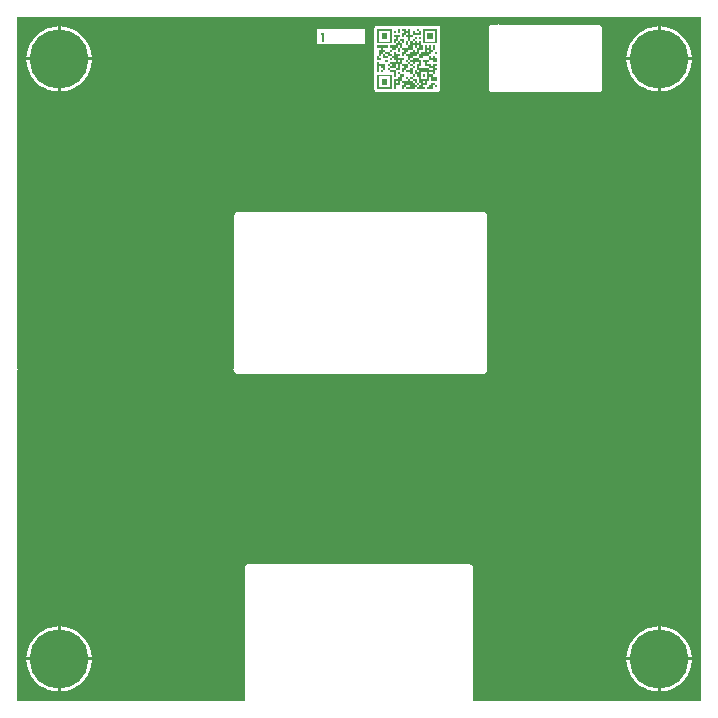
<source format=gtl>
G04 Layer: TopLayer*
G04 EasyEDA v6.5.34, 2023-08-21 18:11:39*
G04 7c0d64df90874992beb4e0b3caab3860,5a6b42c53f6a479593ecc07194224c93,10*
G04 Gerber Generator version 0.2*
G04 Scale: 100 percent, Rotated: No, Reflected: No *
G04 Dimensions in millimeters *
G04 leading zeros omitted , absolute positions ,4 integer and 5 decimal *
%FSLAX45Y45*%
%MOMM*%

%ADD10C,0.1524*%
%ADD11C,5.0000*%

%LPD*%
G36*
X1945132Y25908D02*
G01*
X36068Y26416D01*
X32156Y27178D01*
X28905Y29362D01*
X26670Y32664D01*
X25908Y36576D01*
X25908Y2821940D01*
X26670Y2825851D01*
X28905Y2829102D01*
X32156Y2831338D01*
X36068Y2832100D01*
X32156Y2832862D01*
X28905Y2835097D01*
X26670Y2838399D01*
X25908Y2842260D01*
X25908Y5805932D01*
X26670Y5809792D01*
X28905Y5813094D01*
X32156Y5815330D01*
X36068Y5816092D01*
X2555240Y5816092D01*
X2559151Y5815330D01*
X2562402Y5813094D01*
X2564638Y5809792D01*
X2565400Y5805932D01*
X2566162Y5809792D01*
X2568397Y5813094D01*
X2571648Y5815330D01*
X2575560Y5816092D01*
X3050540Y5816092D01*
X3054451Y5815330D01*
X3057702Y5813094D01*
X3059938Y5809792D01*
X3060700Y5805932D01*
X3061462Y5809792D01*
X3063697Y5813094D01*
X3066948Y5815330D01*
X3070860Y5816092D01*
X4091940Y5816092D01*
X4095851Y5815330D01*
X4099102Y5813094D01*
X4101337Y5809792D01*
X4102100Y5805932D01*
X4102862Y5809792D01*
X4105097Y5813094D01*
X4108348Y5815330D01*
X4112260Y5816092D01*
X5805932Y5816092D01*
X5809792Y5815330D01*
X5813094Y5813094D01*
X5815330Y5809792D01*
X5816092Y5805932D01*
X5816092Y36068D01*
X5815330Y32156D01*
X5813094Y28905D01*
X5809792Y26670D01*
X5805932Y25908D01*
X3896868Y25908D01*
X3892956Y26670D01*
X3889705Y28905D01*
X3887470Y32207D01*
X3886708Y36068D01*
X3886708Y1155090D01*
X3885895Y1161592D01*
X3883812Y1167130D01*
X3880256Y1172260D01*
X3877259Y1175308D01*
X3873652Y1177950D01*
X3868115Y1180439D01*
X3860647Y1181608D01*
X1981809Y1181608D01*
X1975307Y1180846D01*
X1969770Y1178712D01*
X1964639Y1175207D01*
X1961591Y1172159D01*
X1959000Y1168552D01*
X1956460Y1163015D01*
X1955292Y1155547D01*
X1955292Y36068D01*
X1954530Y32207D01*
X1952294Y28905D01*
X1949043Y26720D01*
G37*

%LPC*%
G36*
X393700Y5185562D02*
G01*
X398322Y5185664D01*
X421284Y5188051D01*
X443992Y5192369D01*
X466242Y5198618D01*
X487883Y5206644D01*
X508812Y5216499D01*
X528828Y5228031D01*
X547776Y5241239D01*
X565607Y5255971D01*
X582117Y5272125D01*
X597204Y5289600D01*
X610819Y5308295D01*
X622757Y5328107D01*
X633018Y5348782D01*
X641553Y5370271D01*
X648208Y5392369D01*
X653034Y5414975D01*
X655929Y5437886D01*
X656336Y5448300D01*
X393700Y5448300D01*
G37*
G36*
X393700Y105562D02*
G01*
X398322Y105664D01*
X421284Y108051D01*
X443992Y112369D01*
X466242Y118618D01*
X487883Y126644D01*
X508812Y136499D01*
X528828Y148031D01*
X547776Y161239D01*
X565607Y175971D01*
X582117Y192125D01*
X597204Y209600D01*
X610819Y228295D01*
X622757Y248107D01*
X633018Y268782D01*
X641553Y290271D01*
X648208Y312369D01*
X653034Y334975D01*
X655929Y357886D01*
X656336Y368300D01*
X393700Y368300D01*
G37*
G36*
X5473700Y105562D02*
G01*
X5478322Y105664D01*
X5501284Y108051D01*
X5523992Y112369D01*
X5546242Y118618D01*
X5567883Y126644D01*
X5588812Y136499D01*
X5608828Y148031D01*
X5627776Y161239D01*
X5645607Y175971D01*
X5662117Y192125D01*
X5677204Y209600D01*
X5690819Y228295D01*
X5702757Y248107D01*
X5713018Y268782D01*
X5721553Y290271D01*
X5728208Y312369D01*
X5733034Y334975D01*
X5735929Y357886D01*
X5736336Y368300D01*
X5473700Y368300D01*
G37*
G36*
X5448300Y105613D02*
G01*
X5448300Y368300D01*
X5185410Y368300D01*
X5187289Y346405D01*
X5191099Y323646D01*
X5196890Y301244D01*
X5204460Y279450D01*
X5213858Y258317D01*
X5224983Y238099D01*
X5237784Y218846D01*
X5252161Y200710D01*
X5267960Y183896D01*
X5285130Y168402D01*
X5303520Y154432D01*
X5323027Y142036D01*
X5343499Y131368D01*
X5364835Y122377D01*
X5386781Y115265D01*
X5409285Y109982D01*
X5432145Y106629D01*
G37*
G36*
X368300Y105613D02*
G01*
X368300Y368300D01*
X105410Y368300D01*
X107289Y346405D01*
X111099Y323646D01*
X116890Y301244D01*
X124460Y279450D01*
X133858Y258317D01*
X144983Y238099D01*
X157784Y218846D01*
X172161Y200710D01*
X187960Y183896D01*
X205130Y168402D01*
X223520Y154432D01*
X243027Y142036D01*
X263499Y131368D01*
X284835Y122377D01*
X306781Y115265D01*
X329285Y109982D01*
X352145Y106629D01*
G37*
G36*
X393700Y393700D02*
G01*
X656336Y393700D01*
X655929Y404063D01*
X653034Y427024D01*
X648208Y449630D01*
X641553Y471728D01*
X633018Y493217D01*
X622757Y513892D01*
X610819Y533654D01*
X597204Y552348D01*
X582117Y569874D01*
X565607Y586028D01*
X547776Y600760D01*
X528828Y613968D01*
X508812Y625500D01*
X487883Y635355D01*
X466242Y643382D01*
X443992Y649630D01*
X421284Y653948D01*
X398322Y656336D01*
X393700Y656437D01*
G37*
G36*
X5473700Y393700D02*
G01*
X5736336Y393700D01*
X5735929Y404063D01*
X5733034Y427024D01*
X5728208Y449630D01*
X5721553Y471728D01*
X5713018Y493217D01*
X5702757Y513892D01*
X5690819Y533654D01*
X5677204Y552348D01*
X5662117Y569874D01*
X5645607Y586028D01*
X5627776Y600760D01*
X5608828Y613968D01*
X5588812Y625500D01*
X5567883Y635355D01*
X5546242Y643382D01*
X5523992Y649630D01*
X5501284Y653948D01*
X5478322Y656336D01*
X5473700Y656437D01*
G37*
G36*
X5185410Y393700D02*
G01*
X5448300Y393700D01*
X5448300Y656386D01*
X5432145Y655370D01*
X5409285Y652018D01*
X5386781Y646734D01*
X5364835Y639572D01*
X5343499Y630631D01*
X5323027Y619912D01*
X5303520Y607568D01*
X5285130Y593598D01*
X5267960Y578104D01*
X5252161Y561289D01*
X5237784Y543153D01*
X5224983Y523900D01*
X5213858Y503682D01*
X5204460Y482549D01*
X5196890Y460756D01*
X5191099Y438353D01*
X5187289Y415594D01*
G37*
G36*
X105410Y393700D02*
G01*
X368300Y393700D01*
X368300Y656386D01*
X352145Y655370D01*
X329285Y652018D01*
X306781Y646734D01*
X284835Y639572D01*
X263499Y630631D01*
X243027Y619912D01*
X223520Y607568D01*
X205130Y593598D01*
X187960Y578104D01*
X172161Y561289D01*
X157784Y543153D01*
X144983Y523900D01*
X133858Y503682D01*
X124460Y482549D01*
X116890Y460756D01*
X111099Y438353D01*
X107289Y415594D01*
G37*
G36*
X1892858Y2793492D02*
G01*
X3974541Y2793492D01*
X3980840Y2794203D01*
X3986326Y2796133D01*
X3991203Y2799181D01*
X3995318Y2803296D01*
X3998366Y2808173D01*
X4000296Y2813659D01*
X4001008Y2819958D01*
X4001008Y4139641D01*
X4000296Y4145940D01*
X3998366Y4151426D01*
X3995318Y4156303D01*
X3991203Y4160418D01*
X3986326Y4163466D01*
X3980840Y4165396D01*
X3974541Y4166108D01*
X1892858Y4166108D01*
X1886559Y4165396D01*
X1881073Y4163466D01*
X1876196Y4160418D01*
X1872081Y4156303D01*
X1869033Y4151426D01*
X1867103Y4145940D01*
X1866392Y4139641D01*
X1866392Y2842260D01*
X1865630Y2838399D01*
X1863445Y2835097D01*
X1860143Y2832862D01*
X1856232Y2832100D01*
X1860143Y2831338D01*
X1863445Y2829102D01*
X1865630Y2825851D01*
X1866392Y2821940D01*
X1866392Y2819958D01*
X1867103Y2813659D01*
X1869033Y2808173D01*
X1872081Y2803296D01*
X1876196Y2799181D01*
X1881073Y2796133D01*
X1886559Y2794203D01*
G37*
G36*
X3076905Y5181092D02*
G01*
X3583787Y5181092D01*
X3590086Y5181803D01*
X3595573Y5183682D01*
X3600450Y5186781D01*
X3604564Y5190896D01*
X3607612Y5195773D01*
X3609543Y5201208D01*
X3610254Y5207558D01*
X3610254Y5714441D01*
X3609543Y5720740D01*
X3607358Y5726938D01*
X3606800Y5730290D01*
X3606800Y5739384D01*
X3605784Y5740400D01*
X3587648Y5740450D01*
X3583787Y5740908D01*
X3076803Y5740908D01*
X3071774Y5740450D01*
X3067608Y5740908D01*
X3064002Y5743041D01*
X3061563Y5746445D01*
X3060700Y5750560D01*
X3060700Y5739892D01*
X3059938Y5735980D01*
X3057702Y5732678D01*
X3056128Y5731103D01*
X3053080Y5726226D01*
X3051149Y5720740D01*
X3050438Y5714441D01*
X3050438Y5207558D01*
X3051149Y5201208D01*
X3053080Y5195773D01*
X3056128Y5190896D01*
X3060242Y5186781D01*
X3065119Y5183682D01*
X3070606Y5181803D01*
G37*
G36*
X4045508Y5181092D02*
G01*
X4952441Y5181092D01*
X4958740Y5181803D01*
X4964226Y5183733D01*
X4969103Y5186781D01*
X4973218Y5190896D01*
X4976266Y5195773D01*
X4978196Y5201259D01*
X4978908Y5207558D01*
X4978908Y5720791D01*
X4978196Y5727090D01*
X4976266Y5732576D01*
X4973218Y5737453D01*
X4969103Y5741568D01*
X4964226Y5744616D01*
X4958740Y5746546D01*
X4952441Y5747258D01*
X4112260Y5747258D01*
X4108348Y5748020D01*
X4105097Y5750255D01*
X4102862Y5753506D01*
X4102100Y5757418D01*
X4101337Y5753506D01*
X4099102Y5750255D01*
X4095851Y5748020D01*
X4091940Y5747258D01*
X4045508Y5747258D01*
X4039209Y5746546D01*
X4033723Y5744616D01*
X4028846Y5741568D01*
X4024731Y5737453D01*
X4021683Y5732576D01*
X4019753Y5727090D01*
X4019042Y5720791D01*
X4019042Y5207558D01*
X4019753Y5201259D01*
X4021683Y5195773D01*
X4024731Y5190896D01*
X4028846Y5186781D01*
X4033723Y5183733D01*
X4039209Y5181803D01*
G37*
G36*
X2596438Y5583682D02*
G01*
X2626563Y5583682D01*
X2632862Y5584393D01*
X2641142Y5587593D01*
X2643936Y5588000D01*
X2970784Y5588000D01*
X2971800Y5589016D01*
X2971800Y5713984D01*
X2970784Y5715000D01*
X2639822Y5715000D01*
X2636469Y5715558D01*
X2632862Y5716828D01*
X2626563Y5717540D01*
X2596438Y5717540D01*
X2590139Y5716828D01*
X2586532Y5715558D01*
X2583180Y5715000D01*
X2575560Y5715000D01*
X2571648Y5715762D01*
X2568397Y5717997D01*
X2566162Y5721248D01*
X2565400Y5725160D01*
X2565400Y5589016D01*
X2566416Y5588000D01*
X2579065Y5588000D01*
X2581859Y5587593D01*
X2584653Y5586323D01*
X2590139Y5584393D01*
G37*
G36*
X5473700Y5185562D02*
G01*
X5478322Y5185664D01*
X5501284Y5188051D01*
X5523992Y5192369D01*
X5546242Y5198618D01*
X5567883Y5206644D01*
X5588812Y5216499D01*
X5608828Y5228031D01*
X5627776Y5241239D01*
X5645607Y5255971D01*
X5662117Y5272125D01*
X5677204Y5289600D01*
X5690819Y5308295D01*
X5702757Y5328107D01*
X5713018Y5348782D01*
X5721553Y5370271D01*
X5728208Y5392369D01*
X5733034Y5414975D01*
X5735929Y5437886D01*
X5736336Y5448300D01*
X5473700Y5448300D01*
G37*
G36*
X368300Y5185613D02*
G01*
X368300Y5448300D01*
X105410Y5448300D01*
X107289Y5426405D01*
X111099Y5403646D01*
X116890Y5381244D01*
X124460Y5359450D01*
X133858Y5338318D01*
X144983Y5318099D01*
X157784Y5298846D01*
X172161Y5280710D01*
X187960Y5263896D01*
X205130Y5248402D01*
X223520Y5234432D01*
X243027Y5222036D01*
X263499Y5211368D01*
X284835Y5202377D01*
X306781Y5195265D01*
X329285Y5189982D01*
X352145Y5186629D01*
G37*
G36*
X5448300Y5185613D02*
G01*
X5448300Y5448300D01*
X5185410Y5448300D01*
X5187289Y5426405D01*
X5191099Y5403646D01*
X5196890Y5381244D01*
X5204460Y5359450D01*
X5213858Y5338318D01*
X5224983Y5318099D01*
X5237784Y5298846D01*
X5252161Y5280710D01*
X5267960Y5263896D01*
X5285130Y5248402D01*
X5303520Y5234432D01*
X5323027Y5222036D01*
X5343499Y5211368D01*
X5364835Y5202377D01*
X5386781Y5195265D01*
X5409285Y5189982D01*
X5432145Y5186629D01*
G37*
G36*
X393700Y5473700D02*
G01*
X656336Y5473700D01*
X655929Y5484063D01*
X653034Y5507024D01*
X648208Y5529630D01*
X641553Y5551728D01*
X633018Y5573217D01*
X622757Y5593892D01*
X610819Y5613654D01*
X597204Y5632348D01*
X582117Y5649874D01*
X565607Y5666028D01*
X547776Y5680760D01*
X528828Y5693968D01*
X508812Y5705500D01*
X487883Y5715355D01*
X466242Y5723382D01*
X443992Y5729630D01*
X421284Y5733948D01*
X398322Y5736336D01*
X393700Y5736437D01*
G37*
G36*
X5473700Y5473700D02*
G01*
X5736336Y5473700D01*
X5735929Y5484063D01*
X5733034Y5507024D01*
X5728208Y5529630D01*
X5721553Y5551728D01*
X5713018Y5573217D01*
X5702757Y5593892D01*
X5690819Y5613654D01*
X5677204Y5632348D01*
X5662117Y5649874D01*
X5645607Y5666028D01*
X5627776Y5680760D01*
X5608828Y5693968D01*
X5588812Y5705500D01*
X5567883Y5715355D01*
X5546242Y5723382D01*
X5523992Y5729630D01*
X5501284Y5733948D01*
X5478322Y5736336D01*
X5473700Y5736437D01*
G37*
G36*
X105410Y5473700D02*
G01*
X368300Y5473700D01*
X368300Y5736386D01*
X352145Y5735370D01*
X329285Y5732018D01*
X306781Y5726734D01*
X284835Y5719572D01*
X263499Y5710631D01*
X243027Y5699912D01*
X223520Y5687568D01*
X205130Y5673598D01*
X187960Y5658104D01*
X172161Y5641289D01*
X157784Y5623153D01*
X144983Y5603900D01*
X133858Y5583682D01*
X124460Y5562549D01*
X116890Y5540756D01*
X111099Y5518353D01*
X107289Y5495594D01*
G37*
G36*
X5185410Y5473700D02*
G01*
X5448300Y5473700D01*
X5448300Y5736386D01*
X5432145Y5735370D01*
X5409285Y5732018D01*
X5386781Y5726734D01*
X5364835Y5719572D01*
X5343499Y5710631D01*
X5323027Y5699912D01*
X5303520Y5687568D01*
X5285130Y5673598D01*
X5267960Y5658104D01*
X5252161Y5641289D01*
X5237784Y5623153D01*
X5224983Y5603900D01*
X5213858Y5583682D01*
X5204460Y5562549D01*
X5196890Y5540756D01*
X5191099Y5518353D01*
X5187289Y5495594D01*
G37*

%LPD*%
G36*
X3251200Y5715000D02*
G01*
X3251200Y5680151D01*
X3267760Y5680151D01*
X3267760Y5715000D01*
G37*
G36*
X3286150Y5715000D02*
G01*
X3286150Y5696661D01*
X3302711Y5696661D01*
X3302711Y5680151D01*
X3339541Y5680151D01*
X3339541Y5663641D01*
X3321151Y5663641D01*
X3321151Y5680151D01*
X3286150Y5680151D01*
X3286150Y5645302D01*
X3302711Y5645302D01*
X3302711Y5663641D01*
X3321151Y5663641D01*
X3321151Y5645302D01*
X3339541Y5645302D01*
X3339541Y5610453D01*
X3356101Y5610453D01*
X3356101Y5575604D01*
X3339541Y5575604D01*
X3339541Y5610453D01*
X3321151Y5610453D01*
X3321151Y5575604D01*
X3339541Y5575604D01*
X3339541Y5557266D01*
X3286150Y5557266D01*
X3286150Y5592114D01*
X3302711Y5592114D01*
X3302711Y5626963D01*
X3267760Y5626963D01*
X3267760Y5610453D01*
X3286150Y5610453D01*
X3286150Y5592114D01*
X3267760Y5592114D01*
X3267760Y5610453D01*
X3251200Y5610453D01*
X3251200Y5645302D01*
X3267760Y5645302D01*
X3267760Y5663641D01*
X3216198Y5663641D01*
X3216198Y5645302D01*
X3234639Y5645302D01*
X3234639Y5626963D01*
X3216198Y5626963D01*
X3216198Y5610453D01*
X3251200Y5610453D01*
X3251200Y5592114D01*
X3234639Y5592114D01*
X3234639Y5610453D01*
X3216198Y5610453D01*
X3216198Y5592114D01*
X3234639Y5592114D01*
X3234639Y5575604D01*
X3181248Y5575604D01*
X3181248Y5557266D01*
X3197809Y5557266D01*
X3197809Y5540756D01*
X3181248Y5540756D01*
X3181248Y5522417D01*
X3144418Y5522417D01*
X3144418Y5540756D01*
X3127857Y5540756D01*
X3127857Y5557266D01*
X3162858Y5557266D01*
X3162858Y5575604D01*
X3076346Y5575604D01*
X3076346Y5557266D01*
X3109468Y5557266D01*
X3109468Y5540756D01*
X3092907Y5540756D01*
X3092907Y5522417D01*
X3144418Y5522417D01*
X3144418Y5505907D01*
X3181248Y5505907D01*
X3181248Y5522417D01*
X3197809Y5522417D01*
X3197809Y5540756D01*
X3234639Y5540756D01*
X3234639Y5557266D01*
X3251200Y5557266D01*
X3251200Y5575604D01*
X3267760Y5575604D01*
X3267760Y5557266D01*
X3286150Y5557266D01*
X3286150Y5540756D01*
X3302711Y5540756D01*
X3302711Y5522417D01*
X3286150Y5522417D01*
X3286150Y5487568D01*
X3302711Y5487568D01*
X3302711Y5505907D01*
X3321151Y5505907D01*
X3321151Y5522417D01*
X3339541Y5522417D01*
X3339541Y5540756D01*
X3374491Y5540756D01*
X3374491Y5575604D01*
X3391103Y5575604D01*
X3391103Y5557266D01*
X3409492Y5557266D01*
X3409492Y5575604D01*
X3426053Y5575604D01*
X3426053Y5557266D01*
X3409492Y5557266D01*
X3409492Y5522417D01*
X3391103Y5522417D01*
X3391103Y5540756D01*
X3374491Y5540756D01*
X3374491Y5522417D01*
X3356101Y5522417D01*
X3356101Y5505907D01*
X3321151Y5505907D01*
X3321151Y5487568D01*
X3339541Y5487568D01*
X3339541Y5452719D01*
X3356101Y5452719D01*
X3356101Y5469229D01*
X3374491Y5469229D01*
X3374491Y5487568D01*
X3409492Y5487568D01*
X3409492Y5505907D01*
X3426053Y5505907D01*
X3426053Y5469229D01*
X3461004Y5469229D01*
X3461004Y5487568D01*
X3514394Y5487568D01*
X3514394Y5452719D01*
X3461004Y5452719D01*
X3461004Y5434380D01*
X3479444Y5434380D01*
X3479444Y5399532D01*
X3514394Y5399532D01*
X3514394Y5383022D01*
X3549345Y5383022D01*
X3549345Y5364683D01*
X3514394Y5364683D01*
X3514394Y5383022D01*
X3426053Y5383022D01*
X3426053Y5399532D01*
X3444443Y5399532D01*
X3444443Y5452719D01*
X3426053Y5452719D01*
X3426053Y5469229D01*
X3374491Y5469229D01*
X3374491Y5452719D01*
X3356101Y5452719D01*
X3356101Y5434380D01*
X3374491Y5434380D01*
X3374491Y5416042D01*
X3391103Y5416042D01*
X3391103Y5434380D01*
X3426053Y5434380D01*
X3426053Y5416042D01*
X3409492Y5416042D01*
X3409492Y5364683D01*
X3426053Y5364683D01*
X3426053Y5346344D01*
X3549345Y5346344D01*
X3549345Y5329834D01*
X3514394Y5329834D01*
X3514394Y5346344D01*
X3497834Y5346344D01*
X3497834Y5293156D01*
X3444443Y5293156D01*
X3444443Y5346344D01*
X3409492Y5346344D01*
X3409492Y5364683D01*
X3391103Y5364683D01*
X3391103Y5329834D01*
X3409492Y5329834D01*
X3409492Y5311495D01*
X3426053Y5311495D01*
X3426053Y5276646D01*
X3479444Y5276646D01*
X3479444Y5260136D01*
X3461004Y5260136D01*
X3461004Y5276646D01*
X3426053Y5276646D01*
X3426053Y5260136D01*
X3444443Y5260136D01*
X3444443Y5241798D01*
X3426053Y5241798D01*
X3426053Y5225338D01*
X3409492Y5225338D01*
X3409492Y5241798D01*
X3391103Y5241798D01*
X3391103Y5260136D01*
X3374491Y5260136D01*
X3374491Y5276646D01*
X3356101Y5276646D01*
X3356101Y5293156D01*
X3374491Y5293156D01*
X3374491Y5311495D01*
X3391103Y5311495D01*
X3391103Y5329834D01*
X3374491Y5329834D01*
X3374491Y5383022D01*
X3356101Y5383022D01*
X3356101Y5364683D01*
X3321151Y5364683D01*
X3321151Y5383022D01*
X3339541Y5383022D01*
X3339541Y5416042D01*
X3286150Y5416042D01*
X3286150Y5452719D01*
X3302711Y5452719D01*
X3302711Y5469229D01*
X3251200Y5469229D01*
X3251200Y5487568D01*
X3267760Y5487568D01*
X3267760Y5505907D01*
X3234639Y5505907D01*
X3234639Y5522417D01*
X3216198Y5522417D01*
X3216198Y5487568D01*
X3197809Y5487568D01*
X3197809Y5505907D01*
X3162858Y5505907D01*
X3162858Y5487568D01*
X3144418Y5487568D01*
X3144418Y5505907D01*
X3127857Y5505907D01*
X3127857Y5522417D01*
X3092907Y5522417D01*
X3092907Y5487568D01*
X3076346Y5487568D01*
X3076346Y5452719D01*
X3109468Y5452719D01*
X3109468Y5469229D01*
X3092907Y5469229D01*
X3092907Y5487568D01*
X3109468Y5487568D01*
X3109468Y5505907D01*
X3127857Y5505907D01*
X3127857Y5469229D01*
X3162858Y5469229D01*
X3162858Y5487568D01*
X3197809Y5487568D01*
X3197809Y5469229D01*
X3181248Y5469229D01*
X3181248Y5452719D01*
X3197809Y5452719D01*
X3197809Y5469229D01*
X3216198Y5469229D01*
X3216198Y5452719D01*
X3267760Y5452719D01*
X3267760Y5434380D01*
X3251200Y5434380D01*
X3251200Y5452719D01*
X3234639Y5452719D01*
X3234639Y5434380D01*
X3181248Y5434380D01*
X3181248Y5416042D01*
X3197809Y5416042D01*
X3197809Y5399532D01*
X3181248Y5399532D01*
X3181248Y5416042D01*
X3162858Y5416042D01*
X3162858Y5399532D01*
X3181248Y5399532D01*
X3181248Y5383022D01*
X3162858Y5383022D01*
X3162858Y5364683D01*
X3181248Y5364683D01*
X3181248Y5383022D01*
X3234639Y5383022D01*
X3234639Y5416042D01*
X3251200Y5416042D01*
X3251200Y5383022D01*
X3234639Y5383022D01*
X3234639Y5364683D01*
X3181248Y5364683D01*
X3181248Y5346344D01*
X3216198Y5346344D01*
X3216198Y5311495D01*
X3234639Y5311495D01*
X3234639Y5364683D01*
X3267760Y5364683D01*
X3267760Y5416042D01*
X3286150Y5416042D01*
X3286150Y5399532D01*
X3302711Y5399532D01*
X3302711Y5383022D01*
X3286150Y5383022D01*
X3286150Y5346344D01*
X3302711Y5346344D01*
X3302711Y5364683D01*
X3321151Y5364683D01*
X3321151Y5346344D01*
X3356101Y5346344D01*
X3356101Y5329834D01*
X3374491Y5329834D01*
X3374491Y5311495D01*
X3356101Y5311495D01*
X3356101Y5293156D01*
X3339541Y5293156D01*
X3339541Y5311495D01*
X3321151Y5311495D01*
X3321151Y5293156D01*
X3339541Y5293156D01*
X3339541Y5276646D01*
X3286150Y5276646D01*
X3286150Y5311495D01*
X3302711Y5311495D01*
X3302711Y5329834D01*
X3267760Y5329834D01*
X3267760Y5346344D01*
X3251200Y5346344D01*
X3251200Y5329834D01*
X3267760Y5329834D01*
X3267760Y5311495D01*
X3251403Y5311495D01*
X3250285Y5294071D01*
X3216198Y5293055D01*
X3216198Y5276646D01*
X3251200Y5276646D01*
X3251200Y5260136D01*
X3234639Y5260136D01*
X3234639Y5276646D01*
X3216198Y5276646D01*
X3216198Y5207000D01*
X3234639Y5207000D01*
X3234639Y5241798D01*
X3267760Y5241798D01*
X3267760Y5276646D01*
X3286150Y5276646D01*
X3286150Y5260136D01*
X3302711Y5260136D01*
X3302711Y5241798D01*
X3286150Y5241798D01*
X3286150Y5207000D01*
X3302508Y5207000D01*
X3303625Y5224373D01*
X3321151Y5225491D01*
X3321151Y5241798D01*
X3356101Y5241798D01*
X3356101Y5225338D01*
X3321151Y5225338D01*
X3321151Y5207000D01*
X3391103Y5207000D01*
X3391103Y5225338D01*
X3409492Y5225338D01*
X3409492Y5207000D01*
X3479444Y5207000D01*
X3479444Y5225338D01*
X3461004Y5225338D01*
X3461004Y5241798D01*
X3497834Y5241798D01*
X3497834Y5276646D01*
X3514394Y5276646D01*
X3514394Y5311495D01*
X3530955Y5311495D01*
X3530955Y5276646D01*
X3584346Y5276646D01*
X3584346Y5311495D01*
X3549345Y5311495D01*
X3549345Y5329834D01*
X3567785Y5329834D01*
X3567785Y5364683D01*
X3584346Y5364683D01*
X3584346Y5383022D01*
X3567785Y5383022D01*
X3567785Y5399532D01*
X3584346Y5399532D01*
X3584346Y5416042D01*
X3549345Y5416042D01*
X3549345Y5399532D01*
X3530955Y5399532D01*
X3530955Y5416042D01*
X3497834Y5416042D01*
X3497834Y5434380D01*
X3514394Y5434380D01*
X3514394Y5452719D01*
X3549345Y5452719D01*
X3549345Y5434380D01*
X3584346Y5434380D01*
X3584346Y5469229D01*
X3567785Y5469229D01*
X3567785Y5487568D01*
X3549345Y5487568D01*
X3549345Y5469229D01*
X3530955Y5469229D01*
X3530955Y5487568D01*
X3514394Y5487568D01*
X3514394Y5505907D01*
X3530955Y5505907D01*
X3530955Y5522417D01*
X3549345Y5522417D01*
X3549345Y5540756D01*
X3567785Y5540756D01*
X3567785Y5575604D01*
X3549345Y5575604D01*
X3549345Y5540756D01*
X3530955Y5540756D01*
X3530955Y5575604D01*
X3514394Y5575604D01*
X3514394Y5557266D01*
X3497834Y5557266D01*
X3497834Y5575604D01*
X3479444Y5575604D01*
X3479444Y5540756D01*
X3514394Y5540756D01*
X3514394Y5522417D01*
X3497834Y5522417D01*
X3497834Y5540756D01*
X3479444Y5540756D01*
X3479444Y5522417D01*
X3444443Y5522417D01*
X3444443Y5505907D01*
X3426053Y5505907D01*
X3426053Y5540756D01*
X3461004Y5540756D01*
X3461004Y5575604D01*
X3444443Y5575604D01*
X3444443Y5610453D01*
X3426053Y5610453D01*
X3426053Y5592114D01*
X3409492Y5592114D01*
X3409492Y5610453D01*
X3391103Y5610453D01*
X3391103Y5626963D01*
X3409492Y5626963D01*
X3409492Y5645302D01*
X3391103Y5645302D01*
X3391103Y5626963D01*
X3374491Y5626963D01*
X3374491Y5610453D01*
X3391103Y5610453D01*
X3391103Y5592114D01*
X3374491Y5592114D01*
X3374491Y5610453D01*
X3356101Y5610453D01*
X3356101Y5645302D01*
X3374491Y5645302D01*
X3374491Y5663641D01*
X3444443Y5663641D01*
X3444443Y5696661D01*
X3426053Y5696661D01*
X3426053Y5715000D01*
X3409492Y5715000D01*
X3409492Y5696661D01*
X3426053Y5696661D01*
X3426053Y5680151D01*
X3391103Y5680151D01*
X3391103Y5696661D01*
X3374491Y5696661D01*
X3374491Y5663641D01*
X3356101Y5663641D01*
X3356101Y5715000D01*
X3339541Y5715000D01*
X3339541Y5696661D01*
X3321151Y5696661D01*
X3321151Y5715000D01*
G37*
G36*
X3076346Y5713171D02*
G01*
X3076346Y5698490D01*
X3181248Y5698490D01*
X3181248Y5608624D01*
X3092907Y5608624D01*
X3092907Y5698490D01*
X3076346Y5698490D01*
X3076346Y5593943D01*
X3197809Y5593943D01*
X3197809Y5713171D01*
G37*
G36*
X3462883Y5713171D02*
G01*
X3462883Y5698490D01*
X3567785Y5698490D01*
X3567785Y5608624D01*
X3477564Y5608624D01*
X3477564Y5698490D01*
X3462883Y5698490D01*
X3462883Y5593943D01*
X3584346Y5593943D01*
X3584346Y5713171D01*
G37*
G36*
X3216198Y5696661D02*
G01*
X3216198Y5680151D01*
X3234639Y5680151D01*
X3234639Y5696661D01*
G37*
G36*
X3111296Y5680151D02*
G01*
X3111296Y5628792D01*
X3161030Y5628792D01*
X3161030Y5680151D01*
G37*
G36*
X3497834Y5680151D02*
G01*
X3497834Y5628792D01*
X3547516Y5628792D01*
X3547516Y5680151D01*
G37*
G36*
X3426053Y5645302D02*
G01*
X3426053Y5626963D01*
X3444443Y5626963D01*
X3444443Y5645302D01*
G37*
G36*
X3251200Y5557266D02*
G01*
X3251200Y5522417D01*
X3267760Y5522417D01*
X3267760Y5557266D01*
G37*
G36*
X3567785Y5522417D02*
G01*
X3567785Y5505907D01*
X3584346Y5505907D01*
X3584346Y5522417D01*
G37*
G36*
X3144418Y5452719D02*
G01*
X3144418Y5434380D01*
X3162858Y5434380D01*
X3162858Y5452719D01*
G37*
G36*
X3321151Y5452719D02*
G01*
X3321151Y5434380D01*
X3339541Y5434380D01*
X3339541Y5416042D01*
X3356101Y5416042D01*
X3356101Y5399532D01*
X3374491Y5399532D01*
X3374491Y5383022D01*
X3391103Y5383022D01*
X3391103Y5399532D01*
X3374491Y5399532D01*
X3374491Y5416042D01*
X3356101Y5416042D01*
X3356101Y5434380D01*
X3339541Y5434380D01*
X3339541Y5452719D01*
G37*
G36*
X3076346Y5434380D02*
G01*
X3076346Y5346344D01*
X3092907Y5346344D01*
X3092907Y5399532D01*
X3109468Y5399532D01*
X3109468Y5383022D01*
X3127857Y5383022D01*
X3127857Y5364683D01*
X3109468Y5364683D01*
X3109468Y5346344D01*
X3127857Y5346344D01*
X3127857Y5364683D01*
X3144418Y5364683D01*
X3144418Y5416042D01*
X3092907Y5416042D01*
X3092907Y5434380D01*
G37*
G36*
X3461004Y5329834D02*
G01*
X3461004Y5311495D01*
X3479444Y5311495D01*
X3479444Y5329834D01*
G37*
G36*
X3076346Y5328005D02*
G01*
X3076346Y5313324D01*
X3181248Y5313324D01*
X3181248Y5223459D01*
X3092907Y5223459D01*
X3092907Y5313324D01*
X3076346Y5313324D01*
X3076346Y5208828D01*
X3197809Y5208828D01*
X3197809Y5328005D01*
G37*
G36*
X3111296Y5293156D02*
G01*
X3111296Y5243677D01*
X3161030Y5243677D01*
X3161030Y5293156D01*
G37*
G36*
X3374491Y5293156D02*
G01*
X3374491Y5276646D01*
X3391103Y5276646D01*
X3391103Y5260136D01*
X3409492Y5260136D01*
X3409492Y5241798D01*
X3426053Y5241798D01*
X3426053Y5260136D01*
X3409492Y5260136D01*
X3409492Y5293156D01*
G37*
G36*
X3530955Y5260136D02*
G01*
X3530955Y5241798D01*
X3514394Y5241798D01*
X3514394Y5225338D01*
X3497834Y5225338D01*
X3497834Y5207000D01*
X3549345Y5207000D01*
X3549345Y5241798D01*
X3567785Y5241798D01*
X3567785Y5225338D01*
X3584346Y5225338D01*
X3584346Y5241798D01*
X3567785Y5241798D01*
X3567785Y5260136D01*
G37*
D10*
X2603492Y5671304D02*
G01*
X2609842Y5674606D01*
X2619494Y5684004D01*
X2619494Y5617202D01*
D11*
G01*
X380992Y5460992D03*
G01*
X380992Y380992D03*
G01*
X5460992Y380992D03*
G01*
X5460992Y5460992D03*
M02*

</source>
